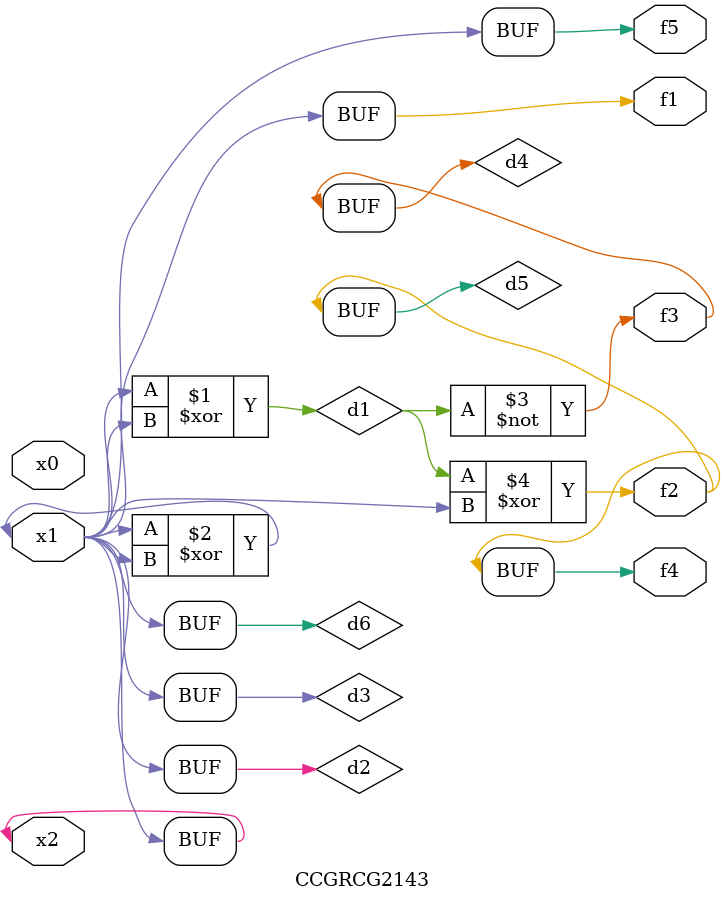
<source format=v>
module CCGRCG2143(
	input x0, x1, x2,
	output f1, f2, f3, f4, f5
);

	wire d1, d2, d3, d4, d5, d6;

	xor (d1, x1, x2);
	buf (d2, x1, x2);
	xor (d3, x1, x2);
	nor (d4, d1);
	xor (d5, d1, d2);
	buf (d6, d2, d3);
	assign f1 = d6;
	assign f2 = d5;
	assign f3 = d4;
	assign f4 = d5;
	assign f5 = d6;
endmodule

</source>
